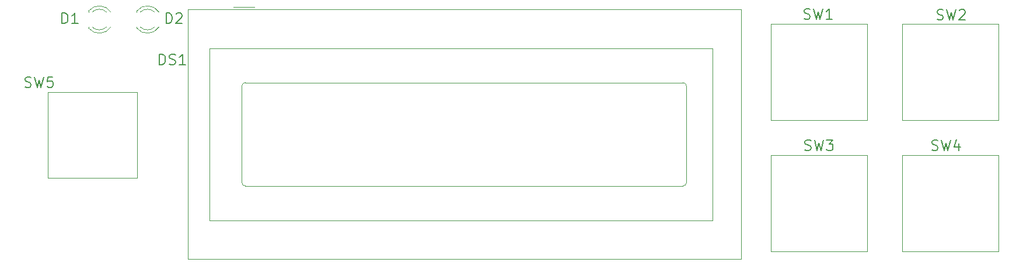
<source format=gbr>
%TF.GenerationSoftware,KiCad,Pcbnew,8.0.1-8.0.1-1~ubuntu22.04.1*%
%TF.CreationDate,2024-04-28T12:17:03-04:00*%
%TF.ProjectId,control-panel,636f6e74-726f-46c2-9d70-616e656c2e6b,rev?*%
%TF.SameCoordinates,Original*%
%TF.FileFunction,Legend,Top*%
%TF.FilePolarity,Positive*%
%FSLAX46Y46*%
G04 Gerber Fmt 4.6, Leading zero omitted, Abs format (unit mm)*
G04 Created by KiCad (PCBNEW 8.0.1-8.0.1-1~ubuntu22.04.1) date 2024-04-28 12:17:03*
%MOMM*%
%LPD*%
G01*
G04 APERTURE LIST*
%ADD10C,0.203200*%
%ADD11C,0.120000*%
G04 APERTURE END LIST*
D10*
X208914999Y-52691893D02*
X209132714Y-52764464D01*
X209132714Y-52764464D02*
X209495571Y-52764464D01*
X209495571Y-52764464D02*
X209640714Y-52691893D01*
X209640714Y-52691893D02*
X209713285Y-52619321D01*
X209713285Y-52619321D02*
X209785856Y-52474178D01*
X209785856Y-52474178D02*
X209785856Y-52329035D01*
X209785856Y-52329035D02*
X209713285Y-52183893D01*
X209713285Y-52183893D02*
X209640714Y-52111321D01*
X209640714Y-52111321D02*
X209495571Y-52038750D01*
X209495571Y-52038750D02*
X209205285Y-51966178D01*
X209205285Y-51966178D02*
X209060142Y-51893607D01*
X209060142Y-51893607D02*
X208987571Y-51821035D01*
X208987571Y-51821035D02*
X208914999Y-51675893D01*
X208914999Y-51675893D02*
X208914999Y-51530750D01*
X208914999Y-51530750D02*
X208987571Y-51385607D01*
X208987571Y-51385607D02*
X209060142Y-51313035D01*
X209060142Y-51313035D02*
X209205285Y-51240464D01*
X209205285Y-51240464D02*
X209568142Y-51240464D01*
X209568142Y-51240464D02*
X209785856Y-51313035D01*
X210293857Y-51240464D02*
X210656714Y-52764464D01*
X210656714Y-52764464D02*
X210947000Y-51675893D01*
X210947000Y-51675893D02*
X211237285Y-52764464D01*
X211237285Y-52764464D02*
X211600143Y-51240464D01*
X212108142Y-51385607D02*
X212180714Y-51313035D01*
X212180714Y-51313035D02*
X212325857Y-51240464D01*
X212325857Y-51240464D02*
X212688714Y-51240464D01*
X212688714Y-51240464D02*
X212833857Y-51313035D01*
X212833857Y-51313035D02*
X212906428Y-51385607D01*
X212906428Y-51385607D02*
X212978999Y-51530750D01*
X212978999Y-51530750D02*
X212978999Y-51675893D01*
X212978999Y-51675893D02*
X212906428Y-51893607D01*
X212906428Y-51893607D02*
X212035571Y-52764464D01*
X212035571Y-52764464D02*
X212978999Y-52764464D01*
X76580999Y-62470893D02*
X76798714Y-62543464D01*
X76798714Y-62543464D02*
X77161571Y-62543464D01*
X77161571Y-62543464D02*
X77306714Y-62470893D01*
X77306714Y-62470893D02*
X77379285Y-62398321D01*
X77379285Y-62398321D02*
X77451856Y-62253178D01*
X77451856Y-62253178D02*
X77451856Y-62108035D01*
X77451856Y-62108035D02*
X77379285Y-61962893D01*
X77379285Y-61962893D02*
X77306714Y-61890321D01*
X77306714Y-61890321D02*
X77161571Y-61817750D01*
X77161571Y-61817750D02*
X76871285Y-61745178D01*
X76871285Y-61745178D02*
X76726142Y-61672607D01*
X76726142Y-61672607D02*
X76653571Y-61600035D01*
X76653571Y-61600035D02*
X76580999Y-61454893D01*
X76580999Y-61454893D02*
X76580999Y-61309750D01*
X76580999Y-61309750D02*
X76653571Y-61164607D01*
X76653571Y-61164607D02*
X76726142Y-61092035D01*
X76726142Y-61092035D02*
X76871285Y-61019464D01*
X76871285Y-61019464D02*
X77234142Y-61019464D01*
X77234142Y-61019464D02*
X77451856Y-61092035D01*
X77959857Y-61019464D02*
X78322714Y-62543464D01*
X78322714Y-62543464D02*
X78613000Y-61454893D01*
X78613000Y-61454893D02*
X78903285Y-62543464D01*
X78903285Y-62543464D02*
X79266143Y-61019464D01*
X80572428Y-61019464D02*
X79846714Y-61019464D01*
X79846714Y-61019464D02*
X79774142Y-61745178D01*
X79774142Y-61745178D02*
X79846714Y-61672607D01*
X79846714Y-61672607D02*
X79991857Y-61600035D01*
X79991857Y-61600035D02*
X80354714Y-61600035D01*
X80354714Y-61600035D02*
X80499857Y-61672607D01*
X80499857Y-61672607D02*
X80572428Y-61745178D01*
X80572428Y-61745178D02*
X80644999Y-61890321D01*
X80644999Y-61890321D02*
X80644999Y-62253178D01*
X80644999Y-62253178D02*
X80572428Y-62398321D01*
X80572428Y-62398321D02*
X80499857Y-62470893D01*
X80499857Y-62470893D02*
X80354714Y-62543464D01*
X80354714Y-62543464D02*
X79991857Y-62543464D01*
X79991857Y-62543464D02*
X79846714Y-62470893D01*
X79846714Y-62470893D02*
X79774142Y-62398321D01*
X189610999Y-52564893D02*
X189828714Y-52637464D01*
X189828714Y-52637464D02*
X190191571Y-52637464D01*
X190191571Y-52637464D02*
X190336714Y-52564893D01*
X190336714Y-52564893D02*
X190409285Y-52492321D01*
X190409285Y-52492321D02*
X190481856Y-52347178D01*
X190481856Y-52347178D02*
X190481856Y-52202035D01*
X190481856Y-52202035D02*
X190409285Y-52056893D01*
X190409285Y-52056893D02*
X190336714Y-51984321D01*
X190336714Y-51984321D02*
X190191571Y-51911750D01*
X190191571Y-51911750D02*
X189901285Y-51839178D01*
X189901285Y-51839178D02*
X189756142Y-51766607D01*
X189756142Y-51766607D02*
X189683571Y-51694035D01*
X189683571Y-51694035D02*
X189610999Y-51548893D01*
X189610999Y-51548893D02*
X189610999Y-51403750D01*
X189610999Y-51403750D02*
X189683571Y-51258607D01*
X189683571Y-51258607D02*
X189756142Y-51186035D01*
X189756142Y-51186035D02*
X189901285Y-51113464D01*
X189901285Y-51113464D02*
X190264142Y-51113464D01*
X190264142Y-51113464D02*
X190481856Y-51186035D01*
X190989857Y-51113464D02*
X191352714Y-52637464D01*
X191352714Y-52637464D02*
X191643000Y-51548893D01*
X191643000Y-51548893D02*
X191933285Y-52637464D01*
X191933285Y-52637464D02*
X192296143Y-51113464D01*
X193674999Y-52637464D02*
X192804142Y-52637464D01*
X193239571Y-52637464D02*
X193239571Y-51113464D01*
X193239571Y-51113464D02*
X193094428Y-51331178D01*
X193094428Y-51331178D02*
X192949285Y-51476321D01*
X192949285Y-51476321D02*
X192804142Y-51548893D01*
X189737999Y-71614893D02*
X189955714Y-71687464D01*
X189955714Y-71687464D02*
X190318571Y-71687464D01*
X190318571Y-71687464D02*
X190463714Y-71614893D01*
X190463714Y-71614893D02*
X190536285Y-71542321D01*
X190536285Y-71542321D02*
X190608856Y-71397178D01*
X190608856Y-71397178D02*
X190608856Y-71252035D01*
X190608856Y-71252035D02*
X190536285Y-71106893D01*
X190536285Y-71106893D02*
X190463714Y-71034321D01*
X190463714Y-71034321D02*
X190318571Y-70961750D01*
X190318571Y-70961750D02*
X190028285Y-70889178D01*
X190028285Y-70889178D02*
X189883142Y-70816607D01*
X189883142Y-70816607D02*
X189810571Y-70744035D01*
X189810571Y-70744035D02*
X189737999Y-70598893D01*
X189737999Y-70598893D02*
X189737999Y-70453750D01*
X189737999Y-70453750D02*
X189810571Y-70308607D01*
X189810571Y-70308607D02*
X189883142Y-70236035D01*
X189883142Y-70236035D02*
X190028285Y-70163464D01*
X190028285Y-70163464D02*
X190391142Y-70163464D01*
X190391142Y-70163464D02*
X190608856Y-70236035D01*
X191116857Y-70163464D02*
X191479714Y-71687464D01*
X191479714Y-71687464D02*
X191770000Y-70598893D01*
X191770000Y-70598893D02*
X192060285Y-71687464D01*
X192060285Y-71687464D02*
X192423143Y-70163464D01*
X192858571Y-70163464D02*
X193801999Y-70163464D01*
X193801999Y-70163464D02*
X193293999Y-70744035D01*
X193293999Y-70744035D02*
X193511714Y-70744035D01*
X193511714Y-70744035D02*
X193656857Y-70816607D01*
X193656857Y-70816607D02*
X193729428Y-70889178D01*
X193729428Y-70889178D02*
X193801999Y-71034321D01*
X193801999Y-71034321D02*
X193801999Y-71397178D01*
X193801999Y-71397178D02*
X193729428Y-71542321D01*
X193729428Y-71542321D02*
X193656857Y-71614893D01*
X193656857Y-71614893D02*
X193511714Y-71687464D01*
X193511714Y-71687464D02*
X193076285Y-71687464D01*
X193076285Y-71687464D02*
X192931142Y-71614893D01*
X192931142Y-71614893D02*
X192858571Y-71542321D01*
X81933143Y-53272464D02*
X81933143Y-51748464D01*
X81933143Y-51748464D02*
X82296000Y-51748464D01*
X82296000Y-51748464D02*
X82513714Y-51821035D01*
X82513714Y-51821035D02*
X82658857Y-51966178D01*
X82658857Y-51966178D02*
X82731428Y-52111321D01*
X82731428Y-52111321D02*
X82804000Y-52401607D01*
X82804000Y-52401607D02*
X82804000Y-52619321D01*
X82804000Y-52619321D02*
X82731428Y-52909607D01*
X82731428Y-52909607D02*
X82658857Y-53054750D01*
X82658857Y-53054750D02*
X82513714Y-53199893D01*
X82513714Y-53199893D02*
X82296000Y-53272464D01*
X82296000Y-53272464D02*
X81933143Y-53272464D01*
X84255428Y-53272464D02*
X83384571Y-53272464D01*
X83820000Y-53272464D02*
X83820000Y-51748464D01*
X83820000Y-51748464D02*
X83674857Y-51966178D01*
X83674857Y-51966178D02*
X83529714Y-52111321D01*
X83529714Y-52111321D02*
X83384571Y-52183893D01*
X208152999Y-71614893D02*
X208370714Y-71687464D01*
X208370714Y-71687464D02*
X208733571Y-71687464D01*
X208733571Y-71687464D02*
X208878714Y-71614893D01*
X208878714Y-71614893D02*
X208951285Y-71542321D01*
X208951285Y-71542321D02*
X209023856Y-71397178D01*
X209023856Y-71397178D02*
X209023856Y-71252035D01*
X209023856Y-71252035D02*
X208951285Y-71106893D01*
X208951285Y-71106893D02*
X208878714Y-71034321D01*
X208878714Y-71034321D02*
X208733571Y-70961750D01*
X208733571Y-70961750D02*
X208443285Y-70889178D01*
X208443285Y-70889178D02*
X208298142Y-70816607D01*
X208298142Y-70816607D02*
X208225571Y-70744035D01*
X208225571Y-70744035D02*
X208152999Y-70598893D01*
X208152999Y-70598893D02*
X208152999Y-70453750D01*
X208152999Y-70453750D02*
X208225571Y-70308607D01*
X208225571Y-70308607D02*
X208298142Y-70236035D01*
X208298142Y-70236035D02*
X208443285Y-70163464D01*
X208443285Y-70163464D02*
X208806142Y-70163464D01*
X208806142Y-70163464D02*
X209023856Y-70236035D01*
X209531857Y-70163464D02*
X209894714Y-71687464D01*
X209894714Y-71687464D02*
X210185000Y-70598893D01*
X210185000Y-70598893D02*
X210475285Y-71687464D01*
X210475285Y-71687464D02*
X210838143Y-70163464D01*
X212071857Y-70671464D02*
X212071857Y-71687464D01*
X211708999Y-70090893D02*
X211346142Y-71179464D01*
X211346142Y-71179464D02*
X212289571Y-71179464D01*
X96066428Y-59241464D02*
X96066428Y-57717464D01*
X96066428Y-57717464D02*
X96429285Y-57717464D01*
X96429285Y-57717464D02*
X96646999Y-57790035D01*
X96646999Y-57790035D02*
X96792142Y-57935178D01*
X96792142Y-57935178D02*
X96864713Y-58080321D01*
X96864713Y-58080321D02*
X96937285Y-58370607D01*
X96937285Y-58370607D02*
X96937285Y-58588321D01*
X96937285Y-58588321D02*
X96864713Y-58878607D01*
X96864713Y-58878607D02*
X96792142Y-59023750D01*
X96792142Y-59023750D02*
X96646999Y-59168893D01*
X96646999Y-59168893D02*
X96429285Y-59241464D01*
X96429285Y-59241464D02*
X96066428Y-59241464D01*
X97517856Y-59168893D02*
X97735571Y-59241464D01*
X97735571Y-59241464D02*
X98098428Y-59241464D01*
X98098428Y-59241464D02*
X98243571Y-59168893D01*
X98243571Y-59168893D02*
X98316142Y-59096321D01*
X98316142Y-59096321D02*
X98388713Y-58951178D01*
X98388713Y-58951178D02*
X98388713Y-58806035D01*
X98388713Y-58806035D02*
X98316142Y-58660893D01*
X98316142Y-58660893D02*
X98243571Y-58588321D01*
X98243571Y-58588321D02*
X98098428Y-58515750D01*
X98098428Y-58515750D02*
X97808142Y-58443178D01*
X97808142Y-58443178D02*
X97662999Y-58370607D01*
X97662999Y-58370607D02*
X97590428Y-58298035D01*
X97590428Y-58298035D02*
X97517856Y-58152893D01*
X97517856Y-58152893D02*
X97517856Y-58007750D01*
X97517856Y-58007750D02*
X97590428Y-57862607D01*
X97590428Y-57862607D02*
X97662999Y-57790035D01*
X97662999Y-57790035D02*
X97808142Y-57717464D01*
X97808142Y-57717464D02*
X98170999Y-57717464D01*
X98170999Y-57717464D02*
X98388713Y-57790035D01*
X99840142Y-59241464D02*
X98969285Y-59241464D01*
X99404714Y-59241464D02*
X99404714Y-57717464D01*
X99404714Y-57717464D02*
X99259571Y-57935178D01*
X99259571Y-57935178D02*
X99114428Y-58080321D01*
X99114428Y-58080321D02*
X98969285Y-58152893D01*
X97046143Y-53272464D02*
X97046143Y-51748464D01*
X97046143Y-51748464D02*
X97409000Y-51748464D01*
X97409000Y-51748464D02*
X97626714Y-51821035D01*
X97626714Y-51821035D02*
X97771857Y-51966178D01*
X97771857Y-51966178D02*
X97844428Y-52111321D01*
X97844428Y-52111321D02*
X97917000Y-52401607D01*
X97917000Y-52401607D02*
X97917000Y-52619321D01*
X97917000Y-52619321D02*
X97844428Y-52909607D01*
X97844428Y-52909607D02*
X97771857Y-53054750D01*
X97771857Y-53054750D02*
X97626714Y-53199893D01*
X97626714Y-53199893D02*
X97409000Y-53272464D01*
X97409000Y-53272464D02*
X97046143Y-53272464D01*
X98497571Y-51893607D02*
X98570143Y-51821035D01*
X98570143Y-51821035D02*
X98715286Y-51748464D01*
X98715286Y-51748464D02*
X99078143Y-51748464D01*
X99078143Y-51748464D02*
X99223286Y-51821035D01*
X99223286Y-51821035D02*
X99295857Y-51893607D01*
X99295857Y-51893607D02*
X99368428Y-52038750D01*
X99368428Y-52038750D02*
X99368428Y-52183893D01*
X99368428Y-52183893D02*
X99295857Y-52401607D01*
X99295857Y-52401607D02*
X98425000Y-53272464D01*
X98425000Y-53272464D02*
X99368428Y-53272464D01*
D11*
%TO.C,SW2*%
X203835000Y-53340000D02*
X217805000Y-53340000D01*
X203835000Y-67310000D02*
X203835000Y-53340000D01*
X217805000Y-53340000D02*
X217805000Y-67310000D01*
X217805000Y-67310000D02*
X203835000Y-67310000D01*
%TO.C,SW5*%
X79860000Y-63230000D02*
X92860000Y-63230000D01*
X79860000Y-75730000D02*
X79860000Y-63230000D01*
X92860000Y-63230000D02*
X92860000Y-75730000D01*
X92860000Y-75730000D02*
X79860000Y-75730000D01*
%TO.C,SW1*%
X184785000Y-53340000D02*
X198755000Y-53340000D01*
X184785000Y-67310000D02*
X184785000Y-53340000D01*
X198755000Y-53340000D02*
X198755000Y-67310000D01*
X198755000Y-67310000D02*
X184785000Y-67310000D01*
%TO.C,SW3*%
X184785000Y-72390000D02*
X198755000Y-72390000D01*
X184785000Y-86360000D02*
X184785000Y-72390000D01*
X198755000Y-72390000D02*
X198755000Y-86360000D01*
X198755000Y-86360000D02*
X184785000Y-86360000D01*
%TO.C,D1*%
X85790000Y-51469000D02*
X85790000Y-51625000D01*
X85790000Y-53785000D02*
X85790000Y-53941000D01*
X85790001Y-51469485D02*
G75*
G02*
X89022334Y-51626392I1559999J-1235515D01*
G01*
X86309040Y-51625001D02*
G75*
G02*
X88391129Y-51625164I1040960J-1079999D01*
G01*
X88391129Y-53784836D02*
G75*
G02*
X86309040Y-53784999I-1041129J1079836D01*
G01*
X89022334Y-53783608D02*
G75*
G02*
X85790001Y-53940515I-1672334J1078608D01*
G01*
%TO.C,SW4*%
X203835000Y-72390000D02*
X217805000Y-72390000D01*
X203835000Y-86360000D02*
X203835000Y-72390000D01*
X217805000Y-72390000D02*
X217805000Y-86360000D01*
X217805000Y-86360000D02*
X203835000Y-86360000D01*
%TO.C,DS1*%
X100195000Y-51217500D02*
X100195000Y-87497500D01*
X100195000Y-87497500D02*
X180475000Y-87497500D01*
X100205000Y-51217500D02*
X100995000Y-51217500D01*
X103335000Y-56857500D02*
X176335000Y-56857500D01*
X103335000Y-81857500D02*
X103335000Y-56857500D01*
X106835000Y-50857500D02*
X109835000Y-50857500D01*
X108035280Y-76356820D02*
X108035280Y-62357500D01*
X108535000Y-61857500D02*
X172035000Y-61857500D01*
X172035660Y-76857500D02*
X108535000Y-76857500D01*
X172535000Y-62357500D02*
X172535000Y-76357500D01*
X176335000Y-56857500D02*
X176335000Y-81857500D01*
X176335000Y-81857500D02*
X103335000Y-81857500D01*
X180475000Y-51217500D02*
X100995000Y-51217500D01*
X180475000Y-87497500D02*
X180475000Y-51217500D01*
X108035280Y-62356340D02*
G75*
G02*
X108535660Y-61855960I500380J0D01*
G01*
X108535660Y-76857200D02*
G75*
G02*
X108035280Y-76356820I0J500380D01*
G01*
X172035000Y-61857500D02*
G75*
G02*
X172535000Y-62357500I0J-500000D01*
G01*
X172536040Y-76356820D02*
G75*
G02*
X172035660Y-76857240I-500440J20D01*
G01*
%TO.C,D2*%
X92780000Y-51469000D02*
X92780000Y-51625000D01*
X92780000Y-53785000D02*
X92780000Y-53941000D01*
X92780001Y-51469485D02*
G75*
G02*
X96012334Y-51626392I1559999J-1235515D01*
G01*
X93299040Y-51625001D02*
G75*
G02*
X95381129Y-51625164I1040960J-1079999D01*
G01*
X95381129Y-53784836D02*
G75*
G02*
X93299040Y-53784999I-1041129J1079836D01*
G01*
X96012334Y-53783608D02*
G75*
G02*
X92780001Y-53940515I-1672334J1078608D01*
G01*
%TD*%
M02*

</source>
